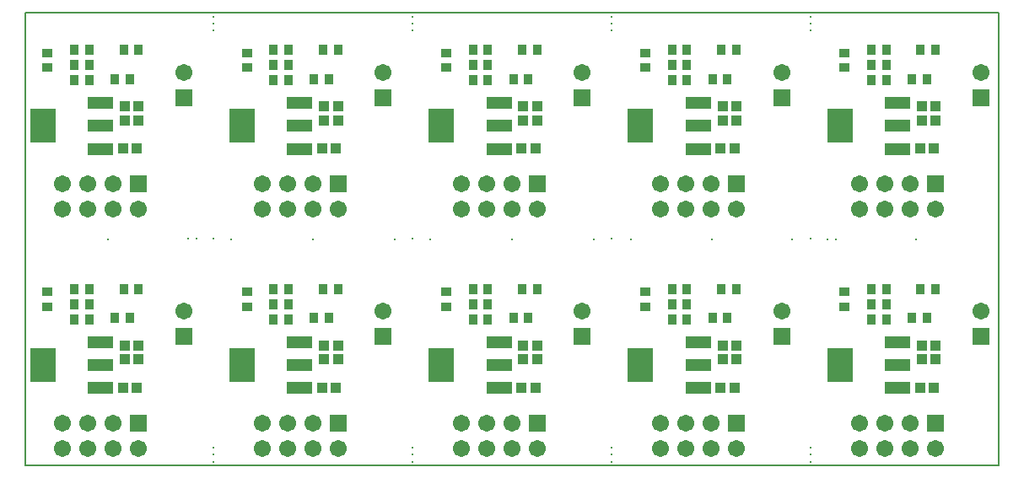
<source format=gbs>
G04 Layer_Color=16711935*
%FSLAX24Y24*%
%MOIN*%
G70*
G01*
G75*
%ADD18C,0.0079*%
%ADD31R,0.0434X0.0356*%
G04:AMPARAMS|DCode=34|XSize=8mil|YSize=8mil|CornerRadius=0mil|HoleSize=0mil|Usage=FLASHONLY|Rotation=0.000|XOffset=0mil|YOffset=0mil|HoleType=Round|Shape=RoundedRectangle|*
%AMROUNDEDRECTD34*
21,1,0.0080,0.0080,0,0,0.0*
21,1,0.0080,0.0080,0,0,0.0*
1,1,0.0000,0.0040,-0.0040*
1,1,0.0000,-0.0040,-0.0040*
1,1,0.0000,-0.0040,0.0040*
1,1,0.0000,0.0040,0.0040*
%
%ADD34ROUNDEDRECTD34*%
G04:AMPARAMS|DCode=35|XSize=8mil|YSize=8mil|CornerRadius=0mil|HoleSize=0mil|Usage=FLASHONLY|Rotation=270.000|XOffset=0mil|YOffset=0mil|HoleType=Round|Shape=RoundedRectangle|*
%AMROUNDEDRECTD35*
21,1,0.0080,0.0080,0,0,270.0*
21,1,0.0080,0.0080,0,0,270.0*
1,1,0.0000,-0.0040,-0.0040*
1,1,0.0000,-0.0040,0.0040*
1,1,0.0000,0.0040,0.0040*
1,1,0.0000,0.0040,-0.0040*
%
%ADD35ROUNDEDRECTD35*%
%ADD36C,0.0080*%
%ADD37R,0.0671X0.0671*%
%ADD38C,0.0671*%
%ADD39R,0.0671X0.0671*%
%ADD40R,0.0356X0.0434*%
%ADD41R,0.0395X0.0434*%
%ADD42R,0.0434X0.0395*%
%ADD43R,0.1025X0.1379*%
%ADD44R,0.1025X0.0474*%
D18*
X453Y551D02*
Y18465D01*
X38927D01*
Y551D02*
Y18465D01*
X453Y551D02*
X38927D01*
D31*
X1331Y6835D02*
D03*
Y7425D02*
D03*
X9206Y6835D02*
D03*
Y7425D02*
D03*
X17080Y6835D02*
D03*
Y7425D02*
D03*
X24954Y6835D02*
D03*
Y7425D02*
D03*
X32828Y6835D02*
D03*
Y7425D02*
D03*
X1331Y16283D02*
D03*
Y16874D02*
D03*
X9206Y16283D02*
D03*
Y16874D02*
D03*
X17080Y16283D02*
D03*
Y16874D02*
D03*
X24954Y16283D02*
D03*
Y16874D02*
D03*
X32828Y16283D02*
D03*
Y16874D02*
D03*
D34*
X3720Y9508D02*
D03*
X11821D02*
D03*
X19685D02*
D03*
X27569D02*
D03*
X35640D02*
D03*
D35*
X7874Y9518D02*
D03*
X15748D02*
D03*
X23632D02*
D03*
X31496D02*
D03*
D36*
X7874Y1260D02*
D03*
Y984D02*
D03*
Y709D02*
D03*
X15748D02*
D03*
Y984D02*
D03*
Y1260D02*
D03*
X23622Y709D02*
D03*
Y984D02*
D03*
Y1260D02*
D03*
X31496Y709D02*
D03*
Y984D02*
D03*
Y1260D02*
D03*
Y18307D02*
D03*
Y18032D02*
D03*
Y17756D02*
D03*
X23622Y18307D02*
D03*
Y18032D02*
D03*
Y17756D02*
D03*
X15748Y18307D02*
D03*
Y18032D02*
D03*
Y17756D02*
D03*
X7874Y18307D02*
D03*
Y18032D02*
D03*
Y17756D02*
D03*
X6890Y9528D02*
D03*
X7205D02*
D03*
X32165Y9508D02*
D03*
X32480D02*
D03*
X8583Y9488D02*
D03*
X15039D02*
D03*
X16457D02*
D03*
X22913D02*
D03*
X24370D02*
D03*
X30748D02*
D03*
D37*
X6713Y5659D02*
D03*
X14587D02*
D03*
X22461D02*
D03*
X30335D02*
D03*
X38209D02*
D03*
X6713Y15108D02*
D03*
X14587D02*
D03*
X22461D02*
D03*
X30335D02*
D03*
X38209D02*
D03*
D38*
X6713Y6659D02*
D03*
X1931Y1230D02*
D03*
X2932D02*
D03*
X3932D02*
D03*
X4931D02*
D03*
X1931Y2230D02*
D03*
X2932D02*
D03*
X3932D02*
D03*
X14587Y6659D02*
D03*
X9806Y1230D02*
D03*
X10806D02*
D03*
X11806D02*
D03*
X12806D02*
D03*
X9806Y2230D02*
D03*
X10806D02*
D03*
X11806D02*
D03*
X22461Y6659D02*
D03*
X17680Y1230D02*
D03*
X18680D02*
D03*
X19680D02*
D03*
X20680D02*
D03*
X17680Y2230D02*
D03*
X18680D02*
D03*
X19680D02*
D03*
X30335Y6659D02*
D03*
X25554Y1230D02*
D03*
X26554D02*
D03*
X27554D02*
D03*
X28554D02*
D03*
X25554Y2230D02*
D03*
X26554D02*
D03*
X27554D02*
D03*
X38209Y6659D02*
D03*
X33428Y1230D02*
D03*
X34428D02*
D03*
X35428D02*
D03*
X36428D02*
D03*
X33428Y2230D02*
D03*
X34428D02*
D03*
X35428D02*
D03*
X6713Y16108D02*
D03*
X1931Y10679D02*
D03*
X2932D02*
D03*
X3932D02*
D03*
X4931D02*
D03*
X1931Y11679D02*
D03*
X2932D02*
D03*
X3932D02*
D03*
X14587Y16108D02*
D03*
X9806Y10679D02*
D03*
X10806D02*
D03*
X11806D02*
D03*
X12806D02*
D03*
X9806Y11679D02*
D03*
X10806D02*
D03*
X11806D02*
D03*
X22461Y16108D02*
D03*
X17680Y10679D02*
D03*
X18680D02*
D03*
X19680D02*
D03*
X20680D02*
D03*
X17680Y11679D02*
D03*
X18680D02*
D03*
X19680D02*
D03*
X30335Y16108D02*
D03*
X25554Y10679D02*
D03*
X26554D02*
D03*
X27554D02*
D03*
X28554D02*
D03*
X25554Y11679D02*
D03*
X26554D02*
D03*
X27554D02*
D03*
X38209Y16108D02*
D03*
X33428Y10679D02*
D03*
X34428D02*
D03*
X35428D02*
D03*
X36428D02*
D03*
X33428Y11679D02*
D03*
X34428D02*
D03*
X35428D02*
D03*
D39*
X4931Y2230D02*
D03*
X12806D02*
D03*
X20680D02*
D03*
X28554D02*
D03*
X36428D02*
D03*
X4931Y11679D02*
D03*
X12806D02*
D03*
X20680D02*
D03*
X28554D02*
D03*
X36428D02*
D03*
D40*
X4577Y6380D02*
D03*
X3986D02*
D03*
X2977Y6330D02*
D03*
X2386D02*
D03*
X2977Y6930D02*
D03*
X2386D02*
D03*
X4927Y7530D02*
D03*
X4336D02*
D03*
X2977D02*
D03*
X2386D02*
D03*
X12451Y6380D02*
D03*
X11860D02*
D03*
X10851Y6330D02*
D03*
X10260D02*
D03*
X10851Y6930D02*
D03*
X10260D02*
D03*
X12801Y7530D02*
D03*
X12210D02*
D03*
X10851D02*
D03*
X10260D02*
D03*
X20325Y6380D02*
D03*
X19734D02*
D03*
X18725Y6330D02*
D03*
X18134D02*
D03*
X18725Y6930D02*
D03*
X18134D02*
D03*
X20675Y7530D02*
D03*
X20084D02*
D03*
X18725D02*
D03*
X18134D02*
D03*
X28199Y6380D02*
D03*
X27608D02*
D03*
X26599Y6330D02*
D03*
X26008D02*
D03*
X26599Y6930D02*
D03*
X26008D02*
D03*
X28549Y7530D02*
D03*
X27958D02*
D03*
X26599D02*
D03*
X26008D02*
D03*
X36073Y6380D02*
D03*
X35482D02*
D03*
X34473Y6330D02*
D03*
X33882D02*
D03*
X34473Y6930D02*
D03*
X33882D02*
D03*
X36423Y7530D02*
D03*
X35832D02*
D03*
X34473D02*
D03*
X33882D02*
D03*
X4577Y15829D02*
D03*
X3986D02*
D03*
X2977Y15779D02*
D03*
X2386D02*
D03*
X2977Y16379D02*
D03*
X2386D02*
D03*
X4927Y16979D02*
D03*
X4336D02*
D03*
X2977D02*
D03*
X2386D02*
D03*
X12451Y15829D02*
D03*
X11860D02*
D03*
X10851Y15779D02*
D03*
X10260D02*
D03*
X10851Y16379D02*
D03*
X10260D02*
D03*
X12801Y16979D02*
D03*
X12210D02*
D03*
X10851D02*
D03*
X10260D02*
D03*
X20325Y15829D02*
D03*
X19734D02*
D03*
X18725Y15779D02*
D03*
X18134D02*
D03*
X18725Y16379D02*
D03*
X18134D02*
D03*
X20675Y16979D02*
D03*
X20084D02*
D03*
X18725D02*
D03*
X18134D02*
D03*
X28199Y15829D02*
D03*
X27608D02*
D03*
X26599Y15779D02*
D03*
X26008D02*
D03*
X26599Y16379D02*
D03*
X26008D02*
D03*
X28549Y16979D02*
D03*
X27958D02*
D03*
X26599D02*
D03*
X26008D02*
D03*
X36073Y15829D02*
D03*
X35482D02*
D03*
X34473Y15779D02*
D03*
X33882D02*
D03*
X34473Y16379D02*
D03*
X33882D02*
D03*
X36423Y16979D02*
D03*
X35832D02*
D03*
X34473D02*
D03*
X33882D02*
D03*
D41*
X4857Y3630D02*
D03*
X4306D02*
D03*
X12731D02*
D03*
X12180D02*
D03*
X20605D02*
D03*
X20054D02*
D03*
X28479D02*
D03*
X27928D02*
D03*
X36353D02*
D03*
X35802D02*
D03*
X4857Y13079D02*
D03*
X4306D02*
D03*
X12731D02*
D03*
X12180D02*
D03*
X20605D02*
D03*
X20054D02*
D03*
X28479D02*
D03*
X27928D02*
D03*
X36353D02*
D03*
X35802D02*
D03*
D42*
X4381Y5306D02*
D03*
Y4754D02*
D03*
X4931Y5306D02*
D03*
Y4754D02*
D03*
X12256Y5306D02*
D03*
Y4754D02*
D03*
X12806Y5306D02*
D03*
Y4754D02*
D03*
X20130Y5306D02*
D03*
Y4754D02*
D03*
X20680Y5306D02*
D03*
Y4754D02*
D03*
X28004Y5306D02*
D03*
Y4754D02*
D03*
X28554Y5306D02*
D03*
Y4754D02*
D03*
X35878Y5306D02*
D03*
Y4754D02*
D03*
X36428Y5306D02*
D03*
Y4754D02*
D03*
X4381Y14754D02*
D03*
Y14203D02*
D03*
X4931Y14754D02*
D03*
Y14203D02*
D03*
X12256Y14754D02*
D03*
Y14203D02*
D03*
X12806Y14754D02*
D03*
Y14203D02*
D03*
X20130Y14754D02*
D03*
Y14203D02*
D03*
X20680Y14754D02*
D03*
Y14203D02*
D03*
X28004Y14754D02*
D03*
Y14203D02*
D03*
X28554Y14754D02*
D03*
Y14203D02*
D03*
X35878Y14754D02*
D03*
Y14203D02*
D03*
X36428Y14754D02*
D03*
Y14203D02*
D03*
D43*
X1140Y4530D02*
D03*
X9014D02*
D03*
X16888D02*
D03*
X24762D02*
D03*
X32636D02*
D03*
X1140Y13979D02*
D03*
X9014D02*
D03*
X16888D02*
D03*
X24762D02*
D03*
X32636D02*
D03*
D44*
X3423Y3624D02*
D03*
Y4530D02*
D03*
Y5435D02*
D03*
X11297Y3624D02*
D03*
Y4530D02*
D03*
Y5435D02*
D03*
X19171Y3624D02*
D03*
Y4530D02*
D03*
Y5435D02*
D03*
X27045Y3624D02*
D03*
Y4530D02*
D03*
Y5435D02*
D03*
X34919Y3624D02*
D03*
Y4530D02*
D03*
Y5435D02*
D03*
X3423Y13073D02*
D03*
Y13979D02*
D03*
Y14884D02*
D03*
X11297Y13073D02*
D03*
Y13979D02*
D03*
Y14884D02*
D03*
X19171Y13073D02*
D03*
Y13979D02*
D03*
Y14884D02*
D03*
X27045Y13073D02*
D03*
Y13979D02*
D03*
Y14884D02*
D03*
X34919Y13073D02*
D03*
Y13979D02*
D03*
Y14884D02*
D03*
M02*

</source>
